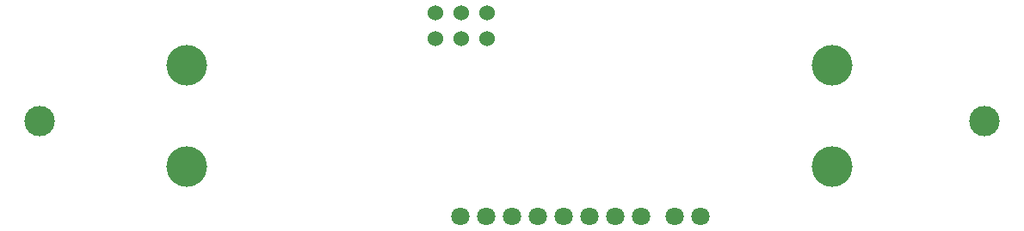
<source format=gbr>
G04 #@! TF.FileFunction,Soldermask,Bot*
%FSLAX46Y46*%
G04 Gerber Fmt 4.6, Leading zero omitted, Abs format (unit mm)*
G04 Created by KiCad (PCBNEW 4.0.7) date 04/26/19 15:52:11*
%MOMM*%
%LPD*%
G01*
G04 APERTURE LIST*
%ADD10C,0.050000*%
%ADD11C,3.000000*%
%ADD12C,1.800000*%
%ADD13C,1.524000*%
%ADD14C,4.000000*%
G04 APERTURE END LIST*
D10*
D11*
X89500000Y-65000000D03*
X182500000Y-65000000D03*
D12*
X154559840Y-74400000D03*
X152019840Y-74400000D03*
D13*
X128460000Y-56870000D03*
X131000000Y-56870000D03*
X133540000Y-56870000D03*
X133540000Y-54330000D03*
X131000000Y-54330000D03*
X128460000Y-54330000D03*
D14*
X104000000Y-69500000D03*
X104000000Y-59500000D03*
X167500000Y-59500000D03*
X167500000Y-69500000D03*
D12*
X148690000Y-74400000D03*
X146150000Y-74400000D03*
X141070000Y-74400000D03*
X143610000Y-74400000D03*
X130910000Y-74400000D03*
X133450000Y-74400000D03*
X138530000Y-74400000D03*
X135990000Y-74400000D03*
M02*

</source>
